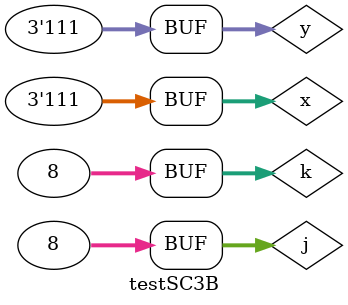
<source format=v>


module MS (s, Vout, p, q);
 
output s, Vout;
input  p, q;
wire temp[0:8];

nand NAND1 (temp[0], p);
nand NAND2 (temp[1], temp[0], q);
nand NAND3 (temp[2], temp[1]);
nand NAND4 (temp[3], temp[2]);
nand NAND5 (temp[4], q);
nand NAND6 (temp[5], p, temp[4]);
nand NAND7 (temp[6], temp[5]);
nand NAND8 (temp[7], temp[6]);
nand NAND9 (s, temp[7], temp[3]);
nand NAND10 (temp[8], p, q);
nand NAND11 (Vout, temp[8]);

endmodule // MS

module ornand (s, p, q);

output s;
input p, q;
wire t1, t2;

nand NAND1(t1, p);
nand NAND2(t2, q);
nand NAND3(s, t1, t2);

endmodule // ornand

module SC (Soma1, Cout1, x1, y1, Cin);

output Cout1, Soma1;
input x1, y1, Cin;
wire t1, t2, t3;

MS MS1 (t2, t1, x1, y1);
MS MS2 (Soma1, t3, Cin, t2);
ornand Or1 (Cout1, t3, t1);

endmodule // SC

module SC3B (s, vout, a, b);

output vout; 
output [2:0]s;
input [2:0]a;
input [2:0]b; 
wire v0, v1;

MS MS1 (s[0], v0, a[0], b[0]);
SC SC1 (s[1], v1, a[1], b[1], v0);
SC SC2 (s[2], vout, a[2], b[2], v1);

endmodule // SC3B

// --------------------------------
// -- test Somador Completo 4 bits
// --------------------------------

module testSC3B;

reg [2:0]x;
reg [2:0]y;
wire [2:0]s;
wire cout;
integer j, k, linha;

// instancia 
SC3B SC3B1 (s, cout, x, y);

// parte principal

initial begin

x = 0;
y = 0;
j = 0;

end

 initial begin
      $display("\nguia05_04 - Ludmily Caldeira da Silva - 417290\n");
      $display("Test Somador Completo 3 bits com nand\n");
      $display("\n      a      b      Cout   Soma\n");
		
      $monitor("     %3b    %3b     %b     %3b" , x, y, cout, s);
		
		for (j = 0; j < 8; j = j + 1) begin
					
			#1 x = j; 
								
				for (k = 0; k < 8; k = k + 1) begin
		
					#1 y = k;
					
			   end
		
	   end
				
  end
 
endmodule // testSomadorCompleto4Bits 

/* Resultados obtidos

        
     ----jGRASP exec: vvp guia05-04.vvp
    
    
    guia05_04 - Ludmily Caldeira da Silva - 417290
    
    Test Somador Completo 3 bits com nand
    
    
          a      b      Cout   Soma
    
         000    000     0     000
         000    001     0     001
         000    010     0     010
         000    011     0     011
         000    100     0     100
         000    101     0     101
         000    110     0     110
         000    111     0     111
         001    111     1     000
         001    000     0     001
         001    001     0     010
         001    010     0     011
         001    011     0     100
         001    100     0     101
         001    101     0     110
         001    110     0     111
         001    111     1     000
         010    111     1     001
         010    000     0     010
         010    001     0     011
         010    010     0     100
         010    011     0     101
         010    100     0     110
         010    101     0     111
         010    110     1     000
         010    111     1     001
         011    111     1     010
         011    000     0     011
         011    001     0     100
         011    010     0     101
         011    011     0     110
         011    100     0     111
         011    101     1     000
         011    110     1     001
         011    111     1     010
         100    111     1     011
         100    000     0     100
         100    001     0     101
         100    010     0     110
         100    011     0     111
         100    100     1     000
         100    101     1     001
         100    110     1     010
         100    111     1     011
         101    111     1     100
         101    000     0     101
         101    001     0     110
         101    010     0     111
         101    011     1     000
         101    100     1     001
         101    101     1     010
         101    110     1     011
         101    111     1     100
         110    111     1     101
         110    000     0     110
         110    001     0     111
         110    010     1     000
         110    011     1     001
         110    100     1     010
         110    101     1     011
         110    110     1     100
         110    111     1     101
         111    111     1     110
         111    000     0     111
         111    001     1     000
         111    010     1     001
         111    011     1     010
         111    100     1     011
         111    101     1     100
         111    110     1     101
         111    111     1     110
    
     ----jGRASP: operation complete.
        
*/
</source>
